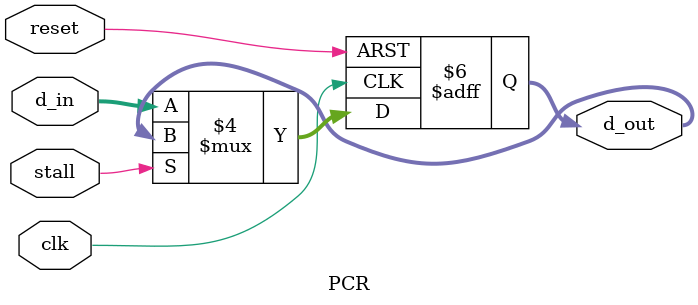
<source format=v>
module PCR(
	d_in, d_out, clk, reset, stall
);
input clk, reset;
input [31:0] d_in;
output [31:0] d_out;
reg [31:0] d_out;

// new code
input stall;

always @ (negedge reset or posedge clk)
if (reset == 0)
begin
	d_out <= 0;
end
else if (~stall)
begin 
	d_out <= d_in;
end
endmodule

</source>
